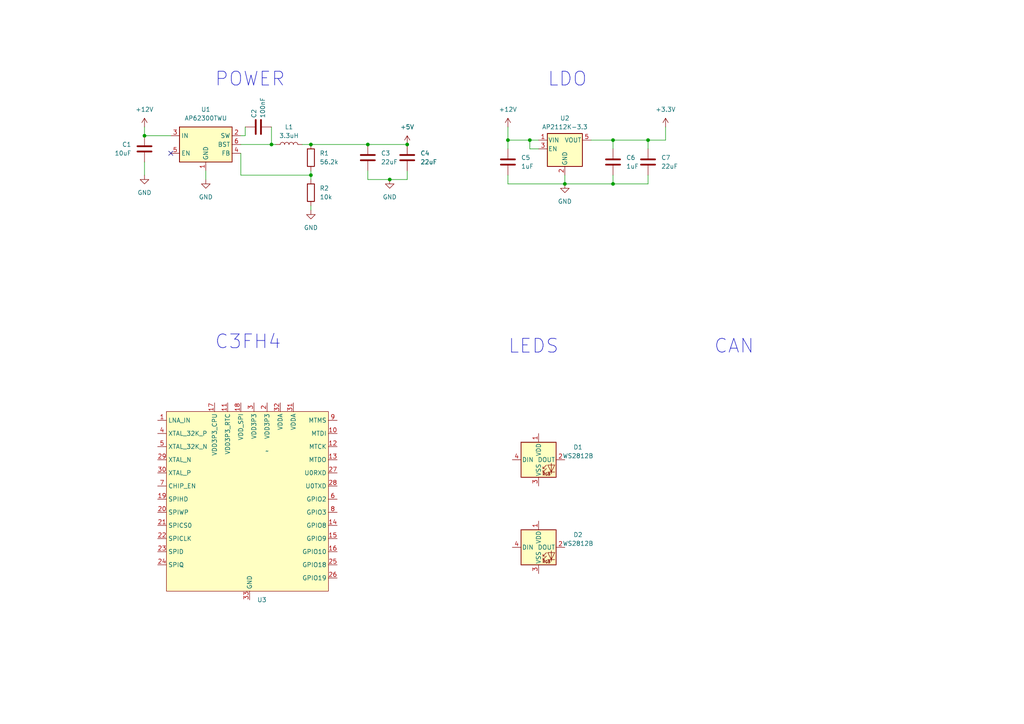
<source format=kicad_sch>
(kicad_sch (version 20230121) (generator eeschema)
  (paper "A4")
  (lib_symbols
    (symbol "Device:C" (pin_numbers hide) (pin_names (offset 0.254))
      (property "Reference" "C" (at 0.635 2.54 0))
      (property "Value" "C" (at 0.635 -2.54 0))
      (symbol "C_0_1"
        (polyline (pts (xy -2.032 -0.762) (xy 2.032 -0.762)) (stroke (width 0.508)))
        (polyline (pts (xy -2.032 0.762) (xy 2.032 0.762)) (stroke (width 0.508)))
      )
      (symbol "C_1_1"
        (pin passive line (at 0 3.81 270) (length 2.794) (name "~") (number "1"))
        (pin passive line (at 0 -3.81 90) (length 2.794) (name "~") (number "2"))
      )
    )
    (symbol "Device:L" (pin_numbers hide) (pin_names (offset 1.016) hide)
      (property "Reference" "L" (at -1.27 0 90))
      (property "Value" "L" (at 1.905 0 90))
      (symbol "L_0_1"
        (arc (start 0 -2.54) (mid 0.6323 -1.905) (end 0 -1.27))
        (arc (start 0 -1.27) (mid 0.6323 -0.635) (end 0 0))
        (arc (start 0 0) (mid 0.6323 0.635) (end 0 1.27))
        (arc (start 0 1.27) (mid 0.6323 1.905) (end 0 2.54))
      )
      (symbol "L_1_1"
        (pin passive line (at 0 3.81 270) (length 1.27) (name "1") (number "1"))
        (pin passive line (at 0 -3.81 90) (length 1.27) (name "2") (number "2"))
      )
    )
    (symbol "Device:R" (pin_numbers hide) (pin_names (offset 0))
      (property "Reference" "R" (at 2.032 0 90))
      (property "Value" "R" (at 0 0 90))
      (symbol "R_0_1"
        (rectangle (start -1.016 -2.54) (end 1.016 2.54) (stroke (width 0.254)))
      )
      (symbol "R_1_1"
        (pin passive line (at 0 3.81 270) (length 1.27) (name "~") (number "1"))
        (pin passive line (at 0 -3.81 90) (length 1.27) (name "~") (number "2"))
      )
    )
    (symbol "Espressif_c3:C3FH4"
      (property "Reference" "U3" (at 22.5141 -67.31 0))
      (property "Value" "~" (at 25.4 -24.13 0))
      (symbol "C3FH4_1_1"
        (rectangle (start -3.81 -12.7) (end 43.18 -64.77) (fill (type background)))
        (pin input line (at -6.35 -15.24 0) (length 2.54) (name "LNA_IN") (number "1"))
        (pin bidirectional line (at 45.72 -19.05 180) (length 2.54) (name "MTDI") (number "10"))
        (pin power_in line (at 13.97 -10.16 270) (length 2.54) (name "VDD3P3_RTC") (number "11"))
        (pin bidirectional line (at 45.72 -22.86 180) (length 2.54) (name "MTCK") (number "12"))
        (pin bidirectional line (at 45.72 -26.67 180) (length 2.54) (name "MTDO") (number "13"))
        (pin bidirectional line (at 45.72 -45.72 180) (length 2.54) (name "GPIO8") (number "14"))
        (pin bidirectional line (at 45.72 -49.53 180) (length 2.54) (name "GPIO9") (number "15"))
        (pin bidirectional line (at 45.72 -53.34 180) (length 2.54) (name "GPIO10") (number "16"))
        (pin power_in line (at 10.16 -10.16 270) (length 2.54) (name "VDD3P3_CPU") (number "17"))
        (pin power_in line (at 17.78 -10.16 270) (length 2.54) (name "VDD_SPI") (number "18"))
        (pin bidirectional line (at -6.35 -38.1 0) (length 2.54) (name "SPIHD") (number "19"))
        (pin power_in line (at 25.4 -10.16 270) (length 2.54) (name "VDD3P3") (number "2"))
        (pin bidirectional line (at -6.35 -41.91 0) (length 2.54) (name "SPIWP") (number "20"))
        (pin bidirectional line (at -6.35 -45.72 0) (length 2.54) (name "SPICS0") (number "21"))
        (pin bidirectional line (at -6.35 -49.53 0) (length 2.54) (name "SPICLK") (number "22"))
        (pin bidirectional line (at -6.35 -53.34 0) (length 2.54) (name "SPID") (number "23"))
        (pin bidirectional line (at -6.35 -57.15 0) (length 2.54) (name "SPIQ") (number "24"))
        (pin bidirectional line (at 45.72 -57.15 180) (length 2.54) (name "GPIO18") (number "25"))
        (pin bidirectional line (at 45.72 -60.96 180) (length 2.54) (name "GPIO19") (number "26"))
        (pin bidirectional line (at 45.72 -30.48 180) (length 2.54) (name "U0RXD") (number "27"))
        (pin bidirectional line (at 45.72 -34.29 180) (length 2.54) (name "U0TXD") (number "28"))
        (pin input line (at -6.35 -26.67 0) (length 2.54) (name "XTAL_N") (number "29"))
        (pin power_in line (at 21.59 -10.16 270) (length 2.54) (name "VDD3P3") (number "3"))
        (pin input line (at -6.35 -30.48 0) (length 2.54) (name "XTAL_P") (number "30"))
        (pin power_in line (at 33.02 -10.16 270) (length 2.54) (name "VDDA") (number "31"))
        (pin power_in line (at 29.21 -10.16 270) (length 2.54) (name "VDDA") (number "32"))
        (pin input line (at 20.32 -67.31 90) (length 2.54) (name "GND") (number "33"))
        (pin bidirectional line (at -6.35 -19.05 0) (length 2.54) (name "XTAL_32K_P") (number "4"))
        (pin bidirectional line (at -6.35 -22.86 0) (length 2.54) (name "XTAL_32K_N") (number "5"))
        (pin bidirectional line (at 45.72 -38.1 180) (length 2.54) (name "GPIO2") (number "6"))
        (pin input line (at -6.35 -34.29 0) (length 2.54) (name "CHIP_EN") (number "7"))
        (pin bidirectional line (at 45.72 -41.91 180) (length 2.54) (name "GPIO3") (number "8"))
        (pin bidirectional line (at 45.72 -15.24 180) (length 2.54) (name "MTMS") (number "9"))
      )
    )
    (symbol "LED:WS2812B" (pin_names (offset 0.254))
      (property "Reference" "D" (at 5.08 5.715 0))
      (property "Value" "WS2812B" (at 1.27 -5.715 0))
      (symbol "WS2812B_0_0"
        (text "RGB" (at 2.286 -4.191 0) (effects (font (size 0.762 0.762))))
      )
      (symbol "WS2812B_0_1"
        (polyline (pts (xy 1.27 -3.556) (xy 1.778 -3.556)))
        (polyline (pts (xy 1.27 -2.54) (xy 1.778 -2.54)))
        (polyline (pts (xy 4.699 -3.556) (xy 2.667 -3.556)))
        (polyline (pts (xy 2.286 -2.54) (xy 1.27 -3.556) (xy 1.27 -3.048)))
        (polyline (pts (xy 2.286 -1.524) (xy 1.27 -2.54) (xy 1.27 -2.032)))
        (polyline (pts (xy 3.683 -1.016) (xy 3.683 -3.556) (xy 3.683 -4.064)))
        (polyline (pts (xy 4.699 -1.524) (xy 2.667 -1.524) (xy 3.683 -3.556) (xy 4.699 -1.524)))
        (rectangle (start 5.08 5.08) (end -5.08 -5.08) (stroke (width 0.254)) (fill (type background)))
      )
      (symbol "WS2812B_1_1"
        (pin power_in line (at 0 7.62 270) (length 2.54) (name "VDD") (number "1"))
        (pin output line (at 7.62 0 180) (length 2.54) (name "DOUT") (number "2"))
        (pin power_in line (at 0 -7.62 90) (length 2.54) (name "VSS") (number "3"))
        (pin input line (at -7.62 0 0) (length 2.54) (name "DIN") (number "4"))
      )
    )
    (symbol "Regulator_Linear:AP2112K-3.3" (pin_names (offset 0.254))
      (property "Reference" "U" (at -5.08 5.715 0))
      (property "Value" "AP2112K-3.3" (at 0 5.715 0))
      (symbol "AP2112K-3.3_0_1"
        (rectangle (start -5.08 4.445) (end 5.08 -5.08) (stroke (width 0.254)) (fill (type background)))
      )
      (symbol "AP2112K-3.3_1_1"
        (pin power_in line (at -7.62 2.54 0) (length 2.54) (name "VIN") (number "1"))
        (pin power_in line (at 0 -7.62 90) (length 2.54) (name "GND") (number "2"))
        (pin input line (at -7.62 0 0) (length 2.54) (name "EN") (number "3"))
        (pin no_connect line (at 5.08 0 180) (length 2.54) hide (name "NC") (number "4"))
        (pin power_out line (at 7.62 2.54 180) (length 2.54) (name "VOUT") (number "5"))
      )
    )
    (symbol "Regulator_Switching:AP62300TWU"
      (property "Reference" "U" (at -7.62 6.35 0))
      (property "Value" "AP62300TWU" (at 2.54 6.35 0))
      (symbol "AP62300TWU_0_1"
        (rectangle (start -7.62 5.08) (end 7.62 -5.08) (stroke (width 0.254)) (fill (type background)))
      )
      (symbol "AP62300TWU_1_1"
        (pin power_in line (at 0 -7.62 90) (length 2.54) (name "GND") (number "1"))
        (pin output line (at 10.16 2.54 180) (length 2.54) (name "SW") (number "2"))
        (pin power_in line (at -10.16 2.54 0) (length 2.54) (name "IN") (number "3"))
        (pin input line (at 10.16 -2.54 180) (length 2.54) (name "FB") (number "4"))
        (pin input line (at -10.16 -2.54 0) (length 2.54) (name "EN") (number "5"))
        (pin passive line (at 10.16 0 180) (length 2.54) (name "BST") (number "6"))
      )
    )
    (symbol "power:+12V" (power) (pin_names (offset 0))
      (property "Value" "+12V" (at 0 3.556 0))
      (symbol "+12V_0_1"
        (polyline (pts (xy -0.762 1.27) (xy 0 2.54)))
        (polyline (pts (xy 0 0) (xy 0 2.54)))
        (polyline (pts (xy 0 2.54) (xy 0.762 1.27)))
      )
      (symbol "+12V_1_1"
        (pin power_in line (at 0 0 90) (length 0) hide (name "+12V") (number "1"))
      )
    )
    (symbol "power:+3.3V" (power) (pin_names (offset 0))
      (property "Value" "+3.3V" (at 0 3.556 0))
      (symbol "+3.3V_0_1"
        (polyline (pts (xy -0.762 1.27) (xy 0 2.54)))
        (polyline (pts (xy 0 0) (xy 0 2.54)))
        (polyline (pts (xy 0 2.54) (xy 0.762 1.27)))
      )
      (symbol "+3.3V_1_1"
        (pin power_in line (at 0 0 90) (length 0) hide (name "+3.3V") (number "1"))
      )
    )
    (symbol "power:+5V" (power) (pin_names (offset 0))
      (property "Value" "+5V" (at 0 3.556 0))
      (symbol "+5V_0_1"
        (polyline (pts (xy -0.762 1.27) (xy 0 2.54)))
        (polyline (pts (xy 0 0) (xy 0 2.54)))
        (polyline (pts (xy 0 2.54) (xy 0.762 1.27)))
      )
      (symbol "+5V_1_1"
        (pin power_in line (at 0 0 90) (length 0) hide (name "+5V") (number "1"))
      )
    )
    (symbol "power:GND" (power) (pin_names (offset 0))
      (property "Value" "GND" (at 0 -3.81 0))
      (symbol "GND_0_1"
        (polyline (pts (xy 0 0) (xy 0 -1.27) (xy 1.27 -1.27) (xy 0 -2.54) (xy -1.27 -1.27) (xy 0 -1.27)))
      )
      (symbol "GND_1_1"
        (pin power_in line (at 0 0 270) (length 0) hide (name "GND") (number "1"))
      )
    )
  )
  (junction (at 113.03 52.07))
  (junction (at 153.67 40.64))
  (junction (at 41.91 39.37))
  (junction (at 163.83 53.34))
  (junction (at 106.68 41.91))
  (junction (at 177.8 53.34))
  (junction (at 177.8 40.64))
  (junction (at 147.32 40.64))
  (junction (at 90.17 41.91))
  (junction (at 187.96 40.64))
  (junction (at 118.11 41.91))
  (junction (at 78.74 41.91))
  (junction (at 90.17 50.8))
  (no_connect (at 49.53 44.45))
  (wire (pts (xy 177.8 40.64) (xy 177.8 43.18)))
  (wire (pts (xy 41.91 39.37) (xy 49.53 39.37)))
  (wire (pts (xy 41.91 36.83) (xy 41.91 39.37)))
  (wire (pts (xy 163.83 50.8) (xy 163.83 53.34)))
  (wire (pts (xy 187.96 43.18) (xy 187.96 40.64)))
  (wire (pts (xy 193.04 40.64) (xy 193.04 36.83)))
  (wire (pts (xy 90.17 50.8) (xy 69.85 50.8)))
  (wire (pts (xy 153.67 40.64) (xy 156.21 40.64)))
  (wire (pts (xy 90.17 49.53) (xy 90.17 50.8)))
  (wire (pts (xy 69.85 44.45) (xy 69.85 50.8)))
  (wire (pts (xy 177.8 53.34) (xy 187.96 53.34)))
  (wire (pts (xy 118.11 52.07) (xy 113.03 52.07)))
  (wire (pts (xy 187.96 40.64) (xy 177.8 40.64)))
  (wire (pts (xy 147.32 40.64) (xy 147.32 43.18)))
  (wire (pts (xy 153.67 43.18) (xy 156.21 43.18)))
  (wire (pts (xy 69.85 39.37) (xy 71.12 39.37)))
  (wire (pts (xy 69.85 41.91) (xy 78.74 41.91)))
  (wire (pts (xy 177.8 50.8) (xy 177.8 53.34)))
  (wire (pts (xy 193.04 40.64) (xy 187.96 40.64)))
  (wire (pts (xy 90.17 50.8) (xy 90.17 52.07)))
  (wire (pts (xy 71.12 39.37) (xy 71.12 36.83)))
  (wire (pts (xy 90.17 59.69) (xy 90.17 60.96)))
  (wire (pts (xy 147.32 36.83) (xy 147.32 40.64)))
  (wire (pts (xy 90.17 41.91) (xy 106.68 41.91)))
  (wire (pts (xy 106.68 41.91) (xy 118.11 41.91)))
  (wire (pts (xy 177.8 53.34) (xy 163.83 53.34)))
  (wire (pts (xy 59.69 49.53) (xy 59.69 52.07)))
  (wire (pts (xy 171.45 40.64) (xy 177.8 40.64)))
  (wire (pts (xy 41.91 46.99) (xy 41.91 50.8)))
  (wire (pts (xy 147.32 40.64) (xy 153.67 40.64)))
  (wire (pts (xy 106.68 49.53) (xy 106.68 52.07)))
  (wire (pts (xy 87.63 41.91) (xy 90.17 41.91)))
  (wire (pts (xy 147.32 50.8) (xy 147.32 53.34)))
  (wire (pts (xy 147.32 53.34) (xy 163.83 53.34)))
  (wire (pts (xy 106.68 52.07) (xy 113.03 52.07)))
  (wire (pts (xy 187.96 53.34) (xy 187.96 50.8)))
  (wire (pts (xy 153.67 40.64) (xy 153.67 43.18)))
  (wire (pts (xy 78.74 41.91) (xy 80.01 41.91)))
  (wire (pts (xy 78.74 36.83) (xy 78.74 41.91)))
  (wire (pts (xy 118.11 49.53) (xy 118.11 52.07)))
  (text "POWER" (at 62.23 25.4 0) (effects (font (size 4 4)) (justify left bottom)))
  (text "CAN" (at 207.01 102.87 0) (effects (font (size 4 4)) (justify left bottom)))
  (text "LDO" (at 158.75 25.4 0) (effects (font (size 4 4)) (justify left bottom)))
  (text "LEDS" (at 147.32 102.87 0) (effects (font (size 4 4)) (justify left bottom)))
  (text "C3FH4" (at 62.23 101.6 0) (effects (font (size 4 4)) (justify left bottom)))
  (symbol (lib_id "power:GND") (at 90.17 60.96 0) (unit 1)
    (property "Reference" "#PWR04" (effects hide))
    (property "Value" "GND" (at 90.17 66.04 0))
  )
  (symbol (lib_id "Regulator_Linear:AP2112K-3.3") (at 163.83 43.18 0) (unit 1)
    (property "Reference" "U2" (at 163.83 34.29 0))
    (property "Value" "AP2112K-3.3" (at 163.83 36.83 0))
    (property "Footprint" "Package_TO_SOT_SMD:SOT-23-5" (effects hide))
    (property "Datasheet" "https://www.diodes.com/assets/Datasheets/AP2112.pdf" (effects hide))
  )
  (symbol (lib_id "Device:C") (at 118.11 45.72 0) (unit 1)
    (property "Reference" "C4" (at 121.92 44.45 0) (effects (justify left)))
    (property "Value" "22uF" (at 121.92 46.99 0) (effects (justify left)))
  )
  (symbol (lib_id "power:+3.3V") (at 193.04 36.83 0) (unit 1)
    (property "Reference" "#PWR08" (effects hide))
    (property "Value" "+3.3V" (at 193.04 31.75 0))
  )
  (symbol (lib_id "Device:C") (at 187.96 46.99 0) (unit 1)
    (property "Reference" "C7" (at 191.77 45.72 0) (effects (justify left)))
    (property "Value" "22uF" (at 191.77 48.26 0) (effects (justify left)))
  )
  (symbol (lib_id "power:GND") (at 113.03 52.07 0) (unit 1)
    (property "Reference" "#PWR06" (effects hide))
    (property "Value" "GND" (at 113.03 57.15 0))
  )
  (symbol (lib_id "power:+5V") (at 118.11 41.91 0) (unit 1)
    (property "Reference" "#PWR05" (effects hide))
    (property "Value" "+5V" (at 118.11 36.83 0))
  )
  (symbol (lib_id "LED:WS2812B") (at 156.21 133.35 0) (unit 1)
    (property "Reference" "D1" (at 167.64 129.7021 0))
    (property "Value" "WS2812B" (at 167.64 132.2421 0))
    (property "Footprint" "LED_SMD:LED_WS2812B-2020_PLCC4_2.0x2.0mm" (effects hide))
    (property "Datasheet" "https://cdn-shop.adafruit.com/datasheets/WS2812B.pdf" (effects hide))
  )
  (symbol (lib_id "Device:R") (at 90.17 45.72 0) (unit 1)
    (property "Reference" "R1" (at 92.71 44.45 0) (effects (justify left)))
    (property "Value" "56.2k" (at 92.71 46.99 0) (effects (justify left)))
  )
  (symbol (lib_id "power:+12V") (at 147.32 36.83 0) (unit 1)
    (property "Reference" "#PWR07" (effects hide))
    (property "Value" "+12V" (at 147.32 31.75 0))
  )
  (symbol (lib_id "power:GND") (at 59.69 52.07 0) (unit 1)
    (property "Reference" "#PWR02" (effects hide))
    (property "Value" "GND" (at 59.69 57.15 0))
  )
  (symbol (lib_id "Espressif_c3:C3FH4") (at 52.07 106.68 0) (unit 1)
    (property "Reference" "U3" (at 74.5841 173.99 0) (effects (justify left)))
    (property "Value" "~" (at 77.47 130.81 0))
    (property "Footprint" "Package_DFN_QFN:QFN-32-1EP_5x5mm_P0.5mm_EP3.3x3.3mm" (effects hide))
    (property "Datasheet" "https://www.espressif.com/sites/default/files/documentation/esp32-c3_datasheet_en.pdf" (effects hide))
  )
  (symbol (lib_id "Device:C") (at 41.91 43.18 0) (mirror y) (unit 1)
    (property "Reference" "C1" (at 38.1 41.91 0) (effects (justify left)))
    (property "Value" "10uF" (at 38.1 44.45 0) (effects (justify left)))
  )
  (symbol (lib_id "Device:C") (at 106.68 45.72 0) (unit 1)
    (property "Reference" "C3" (at 110.49 44.45 0) (effects (justify left)))
    (property "Value" "22uF" (at 110.49 46.99 0) (effects (justify left)))
  )
  (symbol (lib_id "Device:R") (at 90.17 55.88 0) (unit 1)
    (property "Reference" "R2" (at 92.71 54.61 0) (effects (justify left)))
    (property "Value" "10k" (at 92.71 57.15 0) (effects (justify left)))
  )
  (symbol (lib_id "Regulator_Switching:AP62300TWU") (at 59.69 41.91 0) (unit 1)
    (property "Reference" "U1" (at 59.69 31.75 0))
    (property "Value" "AP62300TWU" (at 59.69 34.29 0))
    (property "Footprint" "Package_TO_SOT_SMD:TSOT-23-6" (effects hide))
    (property "Datasheet" "https://www.diodes.com/assets/Datasheets/AP62300_AP62301_AP62300T.pdf" (effects hide))
  )
  (symbol (lib_id "power:GND") (at 41.91 50.8 0) (unit 1)
    (property "Reference" "#PWR03" (effects hide))
    (property "Value" "GND" (at 41.91 55.88 0))
  )
  (symbol (lib_id "power:GND") (at 163.83 53.34 0) (unit 1)
    (property "Reference" "#PWR09" (effects hide))
    (property "Value" "GND" (at 163.83 58.42 0))
  )
  (symbol (lib_id "Device:C") (at 177.8 46.99 0) (unit 1)
    (property "Reference" "C6" (at 181.61 45.72 0) (effects (justify left)))
    (property "Value" "1uF" (at 181.61 48.26 0) (effects (justify left)))
  )
  (symbol (lib_id "Device:C") (at 147.32 46.99 0) (unit 1)
    (property "Reference" "C5" (at 151.13 45.72 0) (effects (justify left)))
    (property "Value" "1uF" (at 151.13 48.26 0) (effects (justify left)))
  )
  (symbol (lib_id "power:+12V") (at 41.91 36.83 0) (unit 1)
    (property "Reference" "#PWR01" (effects hide))
    (property "Value" "+12V" (at 41.91 31.75 0))
  )
  (symbol (lib_id "Device:L") (at 83.82 41.91 90) (unit 1)
    (property "Reference" "L1" (at 83.82 36.83 90))
    (property "Value" "3.3uH" (at 83.82 39.37 90))
  )
  (symbol (lib_id "Device:C") (at 74.93 36.83 90) (unit 1)
    (property "Reference" "C2" (at 73.66 34.29 0) (effects (justify left)))
    (property "Value" "100nF" (at 76.2 34.29 0) (effects (justify left)))
  )
  (symbol (lib_id "LED:WS2812B") (at 156.21 158.75 0) (unit 1)
    (property "Reference" "D2" (at 167.64 155.1021 0))
    (property "Value" "WS2812B" (at 167.64 157.6421 0))
    (property "Footprint" "LED_SMD:LED_WS2812B-2020_PLCC4_2.0x2.0mm" (effects hide))
    (property "Datasheet" "https://cdn-shop.adafruit.com/datasheets/WS2812B.pdf" (effects hide))
  )
)
</source>
